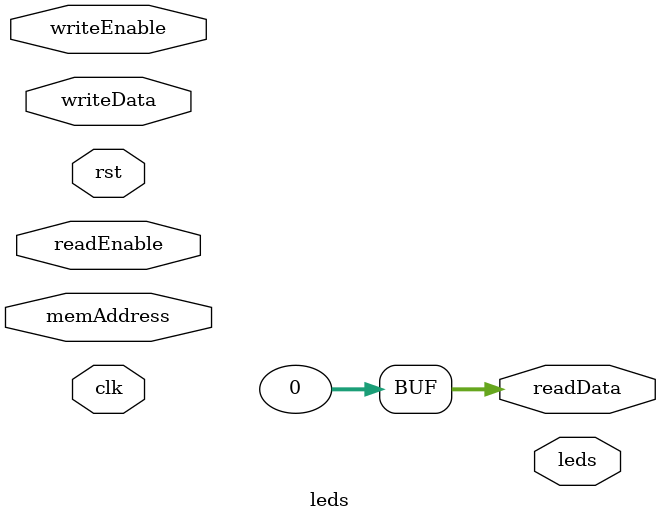
<source format=v>
`timescale 1ns / 1ps

module leds(
    input clk,
    input rst,
    input [31:0] writeData,
    input writeEnable,
    input readEnable,
    input [29:0] memAddress,
    
    output reg  [31:0] readData = 0, // not to be read       
    output reg [15:0] leds
    );
    
    reg [7:0] ledData [3:0];
    
   
endmodule



</source>
